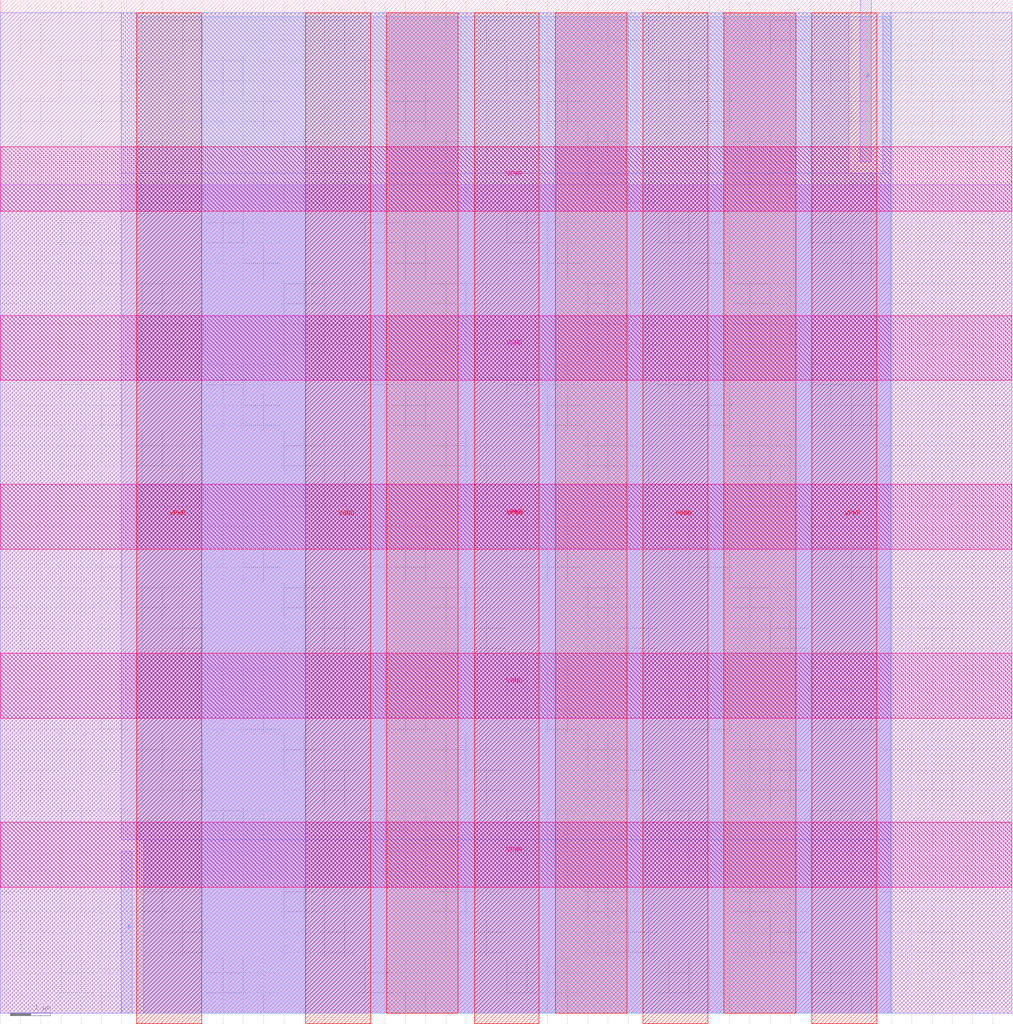
<source format=lef>
VERSION 5.7 ;
  NOWIREEXTENSIONATPIN ON ;
  DIVIDERCHAR "/" ;
  BUSBITCHARS "[]" ;
MACRO sky130_fd_sc_hvl__lsbufhv2lv_1_wrapped
  CLASS BLOCK ;
  FOREIGN sky130_fd_sc_hvl__lsbufhv2lv_1_wrapped ;
  ORIGIN 0.000 0.000 ;
  SIZE 25.000 BY 25.000 ;
  PIN A
    DIRECTION INPUT ;
    USE SIGNAL ;
    PORT
      LAYER met2 ;
        RECT 21.220 21.000 21.500 25.000 ;
    END
  END A
  PIN X
    DIRECTION OUTPUT TRISTATE ;
    USE SIGNAL ;
    PORT
      LAYER met2 ;
        RECT 2.980 0.000 3.260 4.000 ;
    END
  END X
  PIN VPWR
    DIRECTION INOUT ;
    USE POWER ;
    PORT
      LAYER met4 ;
        RECT 20.035 -0.255 21.635 24.675 ;
    END
  END VPWR
  PIN VPWR
    DIRECTION INOUT ;
    USE POWER ;
    PORT
      LAYER met4 ;
        RECT 11.700 -0.255 13.300 24.675 ;
    END
  END VPWR
  PIN VPWR
    DIRECTION INOUT ;
    USE POWER ;
    PORT
      LAYER met4 ;
        RECT 3.365 -0.255 4.965 24.675 ;
    END
  END VPWR
  PIN VPWR
    DIRECTION INOUT ;
    USE POWER ;
    PORT
      LAYER met5 ;
        RECT 0.000 19.780 24.960 21.380 ;
    END
  END VPWR
  PIN VPWR
    DIRECTION INOUT ;
    USE POWER ;
    PORT
      LAYER met5 ;
        RECT 0.000 11.445 24.960 13.045 ;
    END
  END VPWR
  PIN VPWR
    DIRECTION INOUT ;
    USE POWER ;
    PORT
      LAYER met5 ;
        RECT 0.000 3.110 24.960 4.710 ;
    END
  END VPWR
  PIN VGND
    DIRECTION INOUT ;
    USE GROUND ;
    PORT
      LAYER met4 ;
        RECT 15.865 -0.255 17.465 24.675 ;
    END
  END VGND
  PIN VGND
    DIRECTION INOUT ;
    USE GROUND ;
    PORT
      LAYER met4 ;
        RECT 7.535 -0.255 9.135 24.675 ;
    END
  END VGND
  PIN VGND
    DIRECTION INOUT ;
    USE GROUND ;
    PORT
      LAYER met5 ;
        RECT 0.000 15.610 24.960 17.210 ;
    END
  END VGND
  PIN VGND
    DIRECTION INOUT ;
    USE GROUND ;
    PORT
      LAYER met5 ;
        RECT 0.000 7.280 24.960 8.880 ;
    END
  END VGND
  OBS
      LAYER li1 ;
        RECT 0.000 0.000 24.960 20.435 ;
      LAYER met1 ;
        RECT 0.000 0.000 24.960 24.675 ;
      LAYER met2 ;
        RECT 2.990 20.720 20.940 24.675 ;
        RECT 21.780 20.720 21.980 24.675 ;
        RECT 2.990 4.280 21.980 20.720 ;
        RECT 3.540 0.000 21.980 4.280 ;
      LAYER met3 ;
        RECT 3.365 0.000 22.005 24.585 ;
      LAYER met4 ;
        RECT 9.535 0.000 11.300 24.675 ;
        RECT 13.700 0.000 15.465 24.675 ;
        RECT 17.865 0.000 19.635 24.675 ;
  END
END sky130_fd_sc_hvl__lsbufhv2lv_1_wrapped
END LIBRARY


</source>
